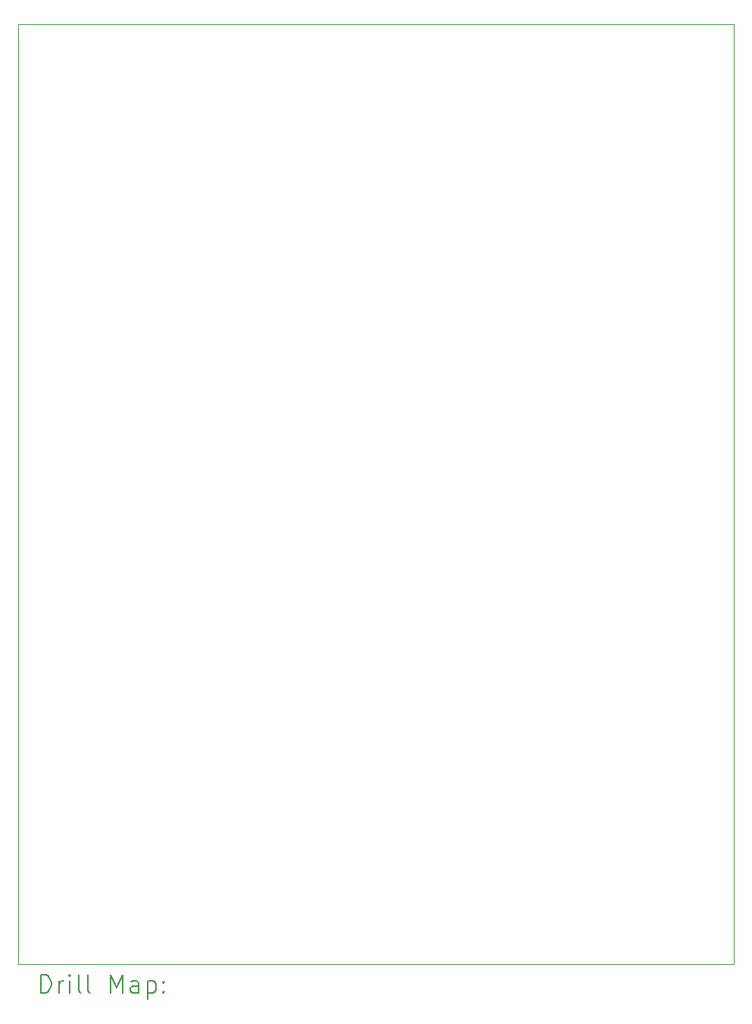
<source format=gbr>
%TF.GenerationSoftware,KiCad,Pcbnew,6.0.10+dfsg-2*%
%TF.CreationDate,2023-01-31T19:59:59-05:00*%
%TF.ProjectId,StoveRelays,53746f76-6552-4656-9c61-79732e6b6963,rev?*%
%TF.SameCoordinates,Original*%
%TF.FileFunction,Drillmap*%
%TF.FilePolarity,Positive*%
%FSLAX45Y45*%
G04 Gerber Fmt 4.5, Leading zero omitted, Abs format (unit mm)*
G04 Created by KiCad (PCBNEW 6.0.10+dfsg-2) date 2023-01-31 19:59:59*
%MOMM*%
%LPD*%
G01*
G04 APERTURE LIST*
%ADD10C,0.100000*%
%ADD11C,0.200000*%
G04 APERTURE END LIST*
D10*
X18000000Y-15500000D02*
X18000000Y-5000000D01*
X18000000Y-5000000D02*
X10000000Y-5000000D01*
X10000000Y-15500000D02*
X10000000Y-5000000D01*
X18000000Y-15500000D02*
X10000000Y-15500000D01*
D11*
X10252619Y-15815476D02*
X10252619Y-15615476D01*
X10300238Y-15615476D01*
X10328810Y-15625000D01*
X10347857Y-15644048D01*
X10357381Y-15663095D01*
X10366905Y-15701190D01*
X10366905Y-15729762D01*
X10357381Y-15767857D01*
X10347857Y-15786905D01*
X10328810Y-15805952D01*
X10300238Y-15815476D01*
X10252619Y-15815476D01*
X10452619Y-15815476D02*
X10452619Y-15682143D01*
X10452619Y-15720238D02*
X10462143Y-15701190D01*
X10471667Y-15691667D01*
X10490714Y-15682143D01*
X10509762Y-15682143D01*
X10576429Y-15815476D02*
X10576429Y-15682143D01*
X10576429Y-15615476D02*
X10566905Y-15625000D01*
X10576429Y-15634524D01*
X10585952Y-15625000D01*
X10576429Y-15615476D01*
X10576429Y-15634524D01*
X10700238Y-15815476D02*
X10681190Y-15805952D01*
X10671667Y-15786905D01*
X10671667Y-15615476D01*
X10805000Y-15815476D02*
X10785952Y-15805952D01*
X10776429Y-15786905D01*
X10776429Y-15615476D01*
X11033571Y-15815476D02*
X11033571Y-15615476D01*
X11100238Y-15758333D01*
X11166905Y-15615476D01*
X11166905Y-15815476D01*
X11347857Y-15815476D02*
X11347857Y-15710714D01*
X11338333Y-15691667D01*
X11319286Y-15682143D01*
X11281190Y-15682143D01*
X11262143Y-15691667D01*
X11347857Y-15805952D02*
X11328809Y-15815476D01*
X11281190Y-15815476D01*
X11262143Y-15805952D01*
X11252619Y-15786905D01*
X11252619Y-15767857D01*
X11262143Y-15748809D01*
X11281190Y-15739286D01*
X11328809Y-15739286D01*
X11347857Y-15729762D01*
X11443095Y-15682143D02*
X11443095Y-15882143D01*
X11443095Y-15691667D02*
X11462143Y-15682143D01*
X11500238Y-15682143D01*
X11519286Y-15691667D01*
X11528809Y-15701190D01*
X11538333Y-15720238D01*
X11538333Y-15777381D01*
X11528809Y-15796428D01*
X11519286Y-15805952D01*
X11500238Y-15815476D01*
X11462143Y-15815476D01*
X11443095Y-15805952D01*
X11624048Y-15796428D02*
X11633571Y-15805952D01*
X11624048Y-15815476D01*
X11614524Y-15805952D01*
X11624048Y-15796428D01*
X11624048Y-15815476D01*
X11624048Y-15691667D02*
X11633571Y-15701190D01*
X11624048Y-15710714D01*
X11614524Y-15701190D01*
X11624048Y-15691667D01*
X11624048Y-15710714D01*
M02*

</source>
